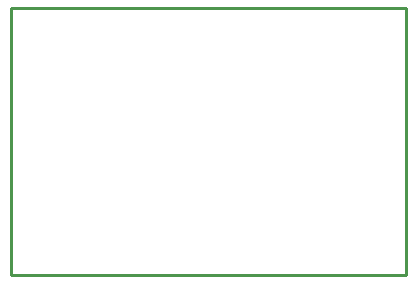
<source format=gm1>
G04*
G04 #@! TF.GenerationSoftware,Altium Limited,Altium Designer,22.5.1 (42)*
G04*
G04 Layer_Color=5220458*
%FSLAX25Y25*%
%MOIN*%
G70*
G04*
G04 #@! TF.SameCoordinates,11F32A4F-6B9E-4148-B8DF-231AA1DA3EC5*
G04*
G04*
G04 #@! TF.FilePolarity,Positive*
G04*
G01*
G75*
%ADD29C,0.01000*%
D29*
X0Y0D02*
X131500D01*
X0Y89000D02*
X131500D01*
Y0D02*
Y89000D01*
X0Y0D02*
Y89000D01*
M02*

</source>
